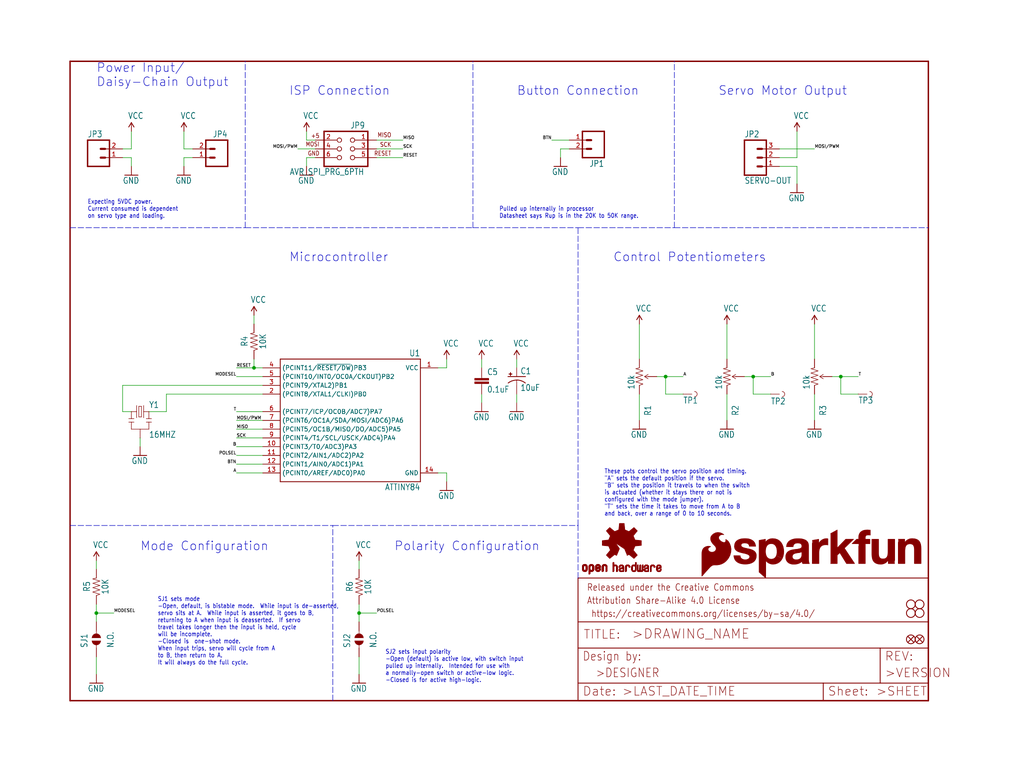
<source format=kicad_sch>
(kicad_sch (version 20211123) (generator eeschema)
  (paper "User" 297.002 224.511)
  (lib_symbols
    (symbol "eagleSchem-eagle-import:0.1UF-25V(+80{slash}-20%)(0603)"
      (property "Reference" "C" (at 1.524 2.921 0))
      (property "Value" "0.1UF-25V(+80{slash}-20%)(0603)" (at 1.524 -2.159 0))
      (symbol "0.1UF-25V(+80{slash}-20%)(0603)_1_0"
        (pin passive line (at 0 5.08 270) (length 2.54) (name "1") (number "1"))
        (pin passive line (at 0 -2.54 90) (length 2.54) (name "2") (number "2"))
      )
    )
    (symbol "eagleSchem-eagle-import:10KOHM-1{slash}10W-1%(0603)0603"
      (property "Reference" "R" (at -3.81 1.4986 0))
      (property "Value" "10KOHM-1{slash}10W-1%(0603)0603" (at -3.81 -3.302 0))
      (symbol "10KOHM-1{slash}10W-1%(0603)0603_1_0"
        (pin passive line (at -5.08 0 0) (length 2.54) (name "1") (number "1"))
        (pin passive line (at 5.08 0 180) (length 2.54) (name "2") (number "2"))
      )
    )
    (symbol "eagleSchem-eagle-import:10UF-16V-10%(TANT)"
      (property "Reference" "C" (at 1.016 0.635 0))
      (property "Value" "10UF-16V-10%(TANT)" (at 1.016 -4.191 0))
      (symbol "10UF-16V-10%(TANT)_1_0"
        (pin passive line (at 0 2.54 270) (length 2.54) (name "+") (number "A"))
        (pin passive line (at 0 -5.08 90) (length 2.54) (name "-") (number "C"))
      )
    )
    (symbol "eagleSchem-eagle-import:ATTINY84"
      (property "Value" "ATTINY84" (at -20.32 -20.32 0))
      (symbol "ATTINY84_1_0"
        (pin bidirectional line (at -25.4 15.24 0) (length 5.08) (name "VCC") (number "1"))
        (pin bidirectional line (at 25.4 -7.62 180) (length 5.08) (name "(PCINT3/T0/ADC3)PA3") (number "10"))
        (pin bidirectional line (at 25.4 -10.16 180) (length 5.08) (name "(PCINT2/AIN1/ADC2)PA2") (number "11"))
        (pin bidirectional line (at 25.4 -12.7 180) (length 5.08) (name "(PCINT1/AIN0/ADC1)PA1") (number "12"))
        (pin bidirectional line (at 25.4 -15.24 180) (length 5.08) (name "(PCINT0/AREF/ADC0)PA0") (number "13"))
        (pin bidirectional line (at -25.4 -15.24 0) (length 5.08) (name "GND") (number "14"))
        (pin bidirectional line (at 25.4 7.62 180) (length 5.08) (name "(PCINT8/XTAL1/CLKI)PB0") (number "2"))
        (pin bidirectional line (at 25.4 10.16 180) (length 5.08) (name "(PCINT9/XTAL2)PB1") (number "3"))
        (pin bidirectional line (at 25.4 15.24 180) (length 5.08) (name "(PCINT11/~{RESET/DW})PB3") (number "4"))
        (pin bidirectional line (at 25.4 12.7 180) (length 5.08) (name "(PCINT10/INT0/OC0A/CKOUT)PB2") (number "5"))
        (pin bidirectional line (at 25.4 2.54 180) (length 5.08) (name "(PCINT7/ICP/OC0B/ADC7)PA7") (number "6"))
        (pin bidirectional line (at 25.4 0 180) (length 5.08) (name "(PCINT6/OC1A/SDA/MOSI/ADC6)PA6") (number "7"))
        (pin bidirectional line (at 25.4 -2.54 180) (length 5.08) (name "(PCINT5/OC1B/MISO/DO/ADC5)PA5") (number "8"))
        (pin bidirectional line (at 25.4 -5.08 180) (length 5.08) (name "(PCINT4/T1/SCL/USCK/ADC4)PA4") (number "9"))
      )
    )
    (symbol "eagleSchem-eagle-import:AVR_SPI_PRG_6PTH"
      (property "Reference" "J" (at -4.318 5.842 0))
      (property "Value" "AVR_SPI_PRG_6PTH" (at -4.064 -7.62 0))
      (symbol "AVR_SPI_PRG_6PTH_1_0"
        (text "+5" (at 8.89 3.048 0) (effects (font (size 1.27 1.0795)) (justify left bottom)))
        (text "GND" (at 8.89 -2.032 0) (effects (font (size 1.27 1.0795)) (justify left bottom)))
        (text "MISO" (at -11.938 3.302 0) (effects (font (size 1.27 1.0795)) (justify left bottom)))
        (text "MOSI" (at 8.89 0.635 0) (effects (font (size 1.27 1.0795)) (justify left bottom)))
        (text "RESET" (at -11.938 -2.032 0) (effects (font (size 1.27 1.0795)) (justify left bottom)))
        (text "SCK" (at -11.938 0.508 0) (effects (font (size 1.27 1.0795)) (justify left bottom)))
        (pin passive inverted (at -7.62 2.54 0) (length 7.62) (name "1") (number "1"))
        (pin passive inverted (at 10.16 2.54 180) (length 7.62) (name "2") (number "2"))
        (pin passive inverted (at -7.62 0 0) (length 7.62) (name "3") (number "3"))
        (pin passive inverted (at 10.16 0 180) (length 7.62) (name "4") (number "4"))
        (pin passive inverted (at -7.62 -2.54 0) (length 7.62) (name "5") (number "5"))
        (pin passive inverted (at 10.16 -2.54 180) (length 7.62) (name "6") (number "6"))
      )
    )
    (symbol "eagleSchem-eagle-import:FIDUCIAL1X2")
    (symbol "eagleSchem-eagle-import:FRAME-LETTER"
      (symbol "FRAME-LETTER_2_0"
        (text " https://creativecommons.org/licenses/by-sa/4.0/" (at 2.54 24.13 0) (effects (font (size 1.9304 1.6408)) (justify left bottom)))
        (text ">DESIGNER" (at 5.08 6.604 0) (effects (font (size 2.54 2.159)) (justify left bottom)))
        (text ">DRAWING_NAME" (at 15.494 17.78 0) (effects (font (size 2.7432 2.7432)) (justify left bottom)))
        (text ">LAST_DATE_TIME" (at 12.7 1.27 0) (effects (font (size 2.54 2.54)) (justify left bottom)))
        (text ">SHEET" (at 86.36 1.27 0) (effects (font (size 2.54 2.54)) (justify left bottom)))
        (text ">VERSION" (at 88.9 6.604 0) (effects (font (size 2.54 2.54)) (justify left bottom)))
        (text "Attribution Share-Alike 4.0 License" (at 2.54 27.94 0) (effects (font (size 1.9304 1.6408)) (justify left bottom)))
        (text "Date:" (at 1.27 1.27 0) (effects (font (size 2.54 2.54)) (justify left bottom)))
        (text "Design by:" (at 1.27 11.43 0) (effects (font (size 2.54 2.159)) (justify left bottom)))
        (text "Released under the Creative Commons" (at 2.54 31.75 0) (effects (font (size 1.9304 1.6408)) (justify left bottom)))
        (text "REV:" (at 88.9 11.43 0) (effects (font (size 2.54 2.54)) (justify left bottom)))
        (text "Sheet:" (at 72.39 1.27 0) (effects (font (size 2.54 2.54)) (justify left bottom)))
        (text "TITLE:" (at 1.524 17.78 0) (effects (font (size 2.54 2.54)) (justify left bottom)))
      )
    )
    (symbol "eagleSchem-eagle-import:GND" (power)
      (property "Value" "GND" (at -2.54 -2.54 0))
      (symbol "GND_1_0"
        (pin power_in line (at 0 2.54 270) (length 2.54) (name "GND") (number "1"))
      )
    )
    (symbol "eagleSchem-eagle-import:JUMPER-PAD-2-NOYES_SILK"
      (property "Reference" "SJ" (at -2.54 2.54 0))
      (property "Value" "JUMPER-PAD-2-NOYES_SILK" (at -2.54 -5.08 0))
      (symbol "JUMPER-PAD-2-NOYES_SILK_1_0"
        (pin passive line (at -5.08 0 0) (length 2.54) (name "1") (number "1"))
        (pin passive line (at 5.08 0 180) (length 2.54) (name "2") (number "2"))
      )
    )
    (symbol "eagleSchem-eagle-import:M021X02_NO_SILK"
      (property "Reference" "JP" (at -2.54 5.842 0))
      (property "Value" "M021X02_NO_SILK" (at -2.54 -5.08 0))
      (symbol "M021X02_NO_SILK_1_0"
        (pin passive line (at 7.62 0 180) (length 5.08) (name "1") (number "1"))
        (pin passive line (at 7.62 2.54 180) (length 5.08) (name "2") (number "2"))
      )
    )
    (symbol "eagleSchem-eagle-import:M031X03_NO_SILK"
      (property "Reference" "JP" (at -2.54 5.842 0))
      (property "Value" "M031X03_NO_SILK" (at -2.54 -7.62 0))
      (symbol "M031X03_NO_SILK_1_0"
        (pin passive line (at 7.62 -2.54 180) (length 5.08) (name "1") (number "1"))
        (pin passive line (at 7.62 0 180) (length 5.08) (name "2") (number "2"))
        (pin passive line (at 7.62 2.54 180) (length 5.08) (name "3") (number "3"))
      )
    )
    (symbol "eagleSchem-eagle-import:OSHW-LOGOM")
    (symbol "eagleSchem-eagle-import:RESONATOR16MHZ"
      (property "Reference" "Y" (at 2.54 1.016 0))
      (property "Value" "RESONATOR16MHZ" (at 2.54 -7.62 0))
      (symbol "RESONATOR16MHZ_1_0"
        (pin passive line (at -2.54 0 0) (length 0) (name "1") (number "1"))
        (pin passive line (at 0 -7.62 90) (length 0) (name "2") (number "2"))
        (pin passive line (at 2.54 0 180) (length 0) (name "3") (number "3"))
      )
    )
    (symbol "eagleSchem-eagle-import:SFE_LOGO_FLAME.2_INCH")
    (symbol "eagleSchem-eagle-import:SFE_LOGO_NAME.2_INCH")
    (symbol "eagleSchem-eagle-import:STAND-OFF")
    (symbol "eagleSchem-eagle-import:TEST-POINT3X4"
      (property "Reference" "TP" (at -2.54 2.54 0))
      (property "Value" "TEST-POINT3X4" (at -2.54 -2.54 0))
      (symbol "TEST-POINT3X4_1_0"
        (pin bidirectional line (at 0 0 180) (length 0) (name "1") (number "P$1"))
      )
    )
    (symbol "eagleSchem-eagle-import:TRIMPOTRES-11156"
      (property "Reference" "R" (at -11.43 1.4986 0))
      (property "Value" "TRIMPOTRES-11156" (at -3.81 -3.302 0))
      (symbol "TRIMPOTRES-11156_1_0"
        (pin passive line (at -5.08 0 0) (length 2.54) (name "CCW") (number "A"))
        (pin passive line (at 0 5.08 270) (length 2.54) (name "WIPER") (number "B"))
        (pin passive line (at 5.08 0 180) (length 2.54) (name "CW") (number "C"))
      )
    )
    (symbol "eagleSchem-eagle-import:VCC" (power)
      (property "Value" "VCC" (at -1.016 3.556 0))
      (symbol "VCC_1_0"
        (pin power_in line (at 0 0 90) (length 2.54) (name "VCC") (number "1"))
      )
    )
  )
  (junction (at 218.44 109.22))
  (junction (at 193.04 109.22))
  (junction (at 104.14 177.8))
  (junction (at 27.94 177.8))
  (junction (at 73.66 106.68))
  (junction (at 243.84 109.22))
  (wire (pts (xy 38.1 45.72) (xy 38.1 48.26)))
  (wire (pts (xy 218.44 114.3) (xy 223.52 114.3)))
  (wire (pts (xy 76.2 109.22) (xy 68.58 109.22)))
  (wire (pts (xy 236.22 114.3) (xy 236.22 121.92)))
  (wire (pts (xy 129.54 106.68) (xy 129.54 104.14)))
  (wire (pts (xy 185.42 114.3) (xy 185.42 121.92)))
  (wire (pts (xy 243.84 109.22) (xy 243.84 114.3)))
  (wire (pts (xy 38.1 43.18) (xy 38.1 38.1)))
  (wire (pts (xy 35.56 119.38) (xy 38.1 119.38)))
  (wire (pts (xy 109.22 45.72) (xy 116.84 45.72)))
  (wire (pts (xy 193.04 109.22) (xy 198.12 109.22)))
  (wire (pts (xy 243.84 109.22) (xy 248.92 109.22)))
  (wire (pts (xy 68.58 127) (xy 76.2 127)))
  (wire (pts (xy 160.02 40.64) (xy 165.1 40.64)))
  (wire (pts (xy 218.44 109.22) (xy 223.52 109.22)))
  (wire (pts (xy 76.2 111.76) (xy 35.56 111.76)))
  (wire (pts (xy 149.86 114.3) (xy 149.86 116.84)))
  (polyline (pts (xy 20.32 66.04) (xy 71.12 66.04)))
  (wire (pts (xy 109.22 43.18) (xy 116.84 43.18)))
  (wire (pts (xy 218.44 109.22) (xy 218.44 114.3)))
  (wire (pts (xy 226.06 45.72) (xy 231.14 45.72)))
  (wire (pts (xy 226.06 48.26) (xy 231.14 48.26)))
  (wire (pts (xy 27.94 177.8) (xy 33.02 177.8)))
  (polyline (pts (xy 167.64 66.04) (xy 195.58 66.04)))
  (wire (pts (xy 243.84 114.3) (xy 248.92 114.3)))
  (wire (pts (xy 55.88 45.72) (xy 53.34 45.72)))
  (polyline (pts (xy 20.32 152.4) (xy 96.52 152.4)))
  (wire (pts (xy 104.14 195.58) (xy 104.14 190.5)))
  (wire (pts (xy 27.94 190.5) (xy 27.94 195.58)))
  (wire (pts (xy 104.14 177.8) (xy 104.14 175.26)))
  (polyline (pts (xy 96.52 203.2) (xy 96.52 152.4)))
  (wire (pts (xy 35.56 45.72) (xy 38.1 45.72)))
  (wire (pts (xy 215.9 109.22) (xy 218.44 109.22)))
  (wire (pts (xy 236.22 104.14) (xy 236.22 93.98)))
  (wire (pts (xy 53.34 45.72) (xy 53.34 48.26)))
  (wire (pts (xy 40.64 127) (xy 40.64 129.54)))
  (polyline (pts (xy 195.58 66.04) (xy 195.58 17.78)))
  (wire (pts (xy 210.82 104.14) (xy 210.82 93.98)))
  (polyline (pts (xy 195.58 66.04) (xy 269.24 66.04)))
  (wire (pts (xy 76.2 106.68) (xy 73.66 106.68)))
  (wire (pts (xy 226.06 43.18) (xy 236.22 43.18)))
  (wire (pts (xy 73.66 104.14) (xy 73.66 106.68)))
  (wire (pts (xy 27.94 177.8) (xy 27.94 180.34)))
  (wire (pts (xy 88.9 40.64) (xy 91.44 40.64)))
  (wire (pts (xy 139.7 104.14) (xy 139.7 106.68)))
  (wire (pts (xy 193.04 109.22) (xy 193.04 114.3)))
  (wire (pts (xy 27.94 165.1) (xy 27.94 162.56)))
  (wire (pts (xy 104.14 177.8) (xy 109.22 177.8)))
  (wire (pts (xy 27.94 175.26) (xy 27.94 177.8)))
  (wire (pts (xy 193.04 114.3) (xy 198.12 114.3)))
  (wire (pts (xy 129.54 137.16) (xy 127 137.16)))
  (wire (pts (xy 127 106.68) (xy 129.54 106.68)))
  (wire (pts (xy 53.34 43.18) (xy 53.34 38.1)))
  (wire (pts (xy 88.9 40.64) (xy 88.9 38.1)))
  (wire (pts (xy 55.88 43.18) (xy 53.34 43.18)))
  (wire (pts (xy 76.2 129.54) (xy 68.58 129.54)))
  (wire (pts (xy 109.22 40.64) (xy 116.84 40.64)))
  (wire (pts (xy 129.54 137.16) (xy 129.54 139.7)))
  (wire (pts (xy 73.66 93.98) (xy 73.66 91.44)))
  (wire (pts (xy 139.7 114.3) (xy 139.7 116.84)))
  (wire (pts (xy 43.18 119.38) (xy 48.26 119.38)))
  (wire (pts (xy 76.2 114.3) (xy 48.26 114.3)))
  (wire (pts (xy 104.14 165.1) (xy 104.14 162.56)))
  (wire (pts (xy 48.26 119.38) (xy 48.26 114.3)))
  (wire (pts (xy 185.42 104.14) (xy 185.42 93.98)))
  (wire (pts (xy 149.86 104.14) (xy 149.86 106.68)))
  (polyline (pts (xy 71.12 66.04) (xy 71.12 17.78)))
  (polyline (pts (xy 167.64 152.4) (xy 167.64 66.04)))
  (wire (pts (xy 190.5 109.22) (xy 193.04 109.22)))
  (polyline (pts (xy 137.16 66.04) (xy 137.16 17.78)))
  (polyline (pts (xy 96.52 152.4) (xy 167.64 152.4)))
  (wire (pts (xy 76.2 119.38) (xy 68.58 119.38)))
  (polyline (pts (xy 71.12 66.04) (xy 137.16 66.04)))
  (wire (pts (xy 162.56 45.72) (xy 162.56 43.18)))
  (wire (pts (xy 68.58 106.68) (xy 73.66 106.68)))
  (wire (pts (xy 231.14 48.26) (xy 231.14 53.34)))
  (wire (pts (xy 91.44 43.18) (xy 86.36 43.18)))
  (wire (pts (xy 68.58 121.92) (xy 76.2 121.92)))
  (wire (pts (xy 76.2 132.08) (xy 68.58 132.08)))
  (wire (pts (xy 76.2 134.62) (xy 68.58 134.62)))
  (wire (pts (xy 76.2 137.16) (xy 68.58 137.16)))
  (wire (pts (xy 241.3 109.22) (xy 243.84 109.22)))
  (wire (pts (xy 162.56 43.18) (xy 165.1 43.18)))
  (polyline (pts (xy 167.64 167.64) (xy 167.64 152.4)))
  (wire (pts (xy 35.56 111.76) (xy 35.56 119.38)))
  (wire (pts (xy 231.14 45.72) (xy 231.14 38.1)))
  (wire (pts (xy 35.56 43.18) (xy 38.1 43.18)))
  (wire (pts (xy 68.58 124.46) (xy 76.2 124.46)))
  (wire (pts (xy 91.44 45.72) (xy 88.9 45.72)))
  (wire (pts (xy 210.82 121.92) (xy 210.82 114.3)))
  (polyline (pts (xy 137.16 66.04) (xy 167.64 66.04)))
  (wire (pts (xy 104.14 180.34) (xy 104.14 177.8)))
  (wire (pts (xy 88.9 45.72) (xy 88.9 48.26)))
  (text "Microcontroller" (at 83.82 76.2 180) (effects (font (size 2.54 2.54)) (justify left bottom)))
  (text "Control Potentiometers" (at 177.8 76.2 180) (effects (font (size 2.54 2.54)) (justify left bottom)))
  (text "Button Connection" (at 149.86 27.94 180) (effects (font (size 2.54 2.54)) (justify left bottom)))
  (text "SJ1 sets mode\n-Open, default, is bistable mode.  While input is de-asserted,\nservo sits at A.  While input is asserted, it goes to B,\nreturning to A when input is deasserted.  If servo\ntravel takes longer then the input is held, cycle\nwill be incomplete.\n-Closed is  one-shot mode.\nWhen input trips, servo will cycle from A\nto B, then return to A.\nIt will always do the full cycle." (at 45.72 193.04 0) (effects (font (size 1.27 1.0795)) (justify left bottom)))
  (text "Servo Motor Output" (at 208.28 27.94 180) (effects (font (size 2.54 2.54)) (justify left bottom)))
  (text "Mode Configuration" (at 40.64 160.02 180) (effects (font (size 2.54 2.54)) (justify left bottom)))
  (text "ISP Connection" (at 83.82 27.94 180) (effects (font (size 2.54 2.54)) (justify left bottom)))
  (text "Polarity Configuration" (at 114.3 160.02 180) (effects (font (size 2.54 2.54)) (justify left bottom)))
  (text "SJ2 sets input polarity\n-Open (default) is active low, with switch input\npulled up internally.  Intended for use with\na normally-open switch or active-low logic.\n-Closed is for active high-logic." (at 111.76 198.12 0) (effects (font (size 1.27 1.0795)) (justify left bottom)))
  (text "These pots control the servo position and timing.\n\"A\" sets the default position if the servo.\n\"B\" sets the position it travels to when the switch\nis actuated (whether it stays there or not is\nconfigured with the mode jumper).\n\"T\" sets the time it takes to move from A to B\nand back, over a range of 0 to 10 seconds." (at 175.26 149.86 0) (effects (font (size 1.27 1.0795)) (justify left bottom)))
  (text "Expecting 5VDC power.\nCurrent consumed is dependent\non servo type and loading." (at 25.4 63.5 0) (effects (font (size 1.27 1.0795)) (justify left bottom)))
  (text "Pulled up internally in processor\nDatasheet says Rup is in the 20K to 50K range." (at 144.78 63.5 0) (effects (font (size 1.27 1.0795)) (justify left bottom)))
  (text "Power Input/\nDaisy-Chain Output" (at 27.94 25.4 180) (effects (font (size 2.54 2.54)) (justify left bottom)))
  (label "MOSI/PWM" (at 236.22 43.18 0) (effects (font (size 0.889 0.889))))
  (label "POLSEL" (at 109.22 177.8 0) (effects (font (size 0.889 0.889))))
  (label "MODESEL" (at 33.02 177.8 0) (effects (font (size 0.889 0.889))))
  (label "MOSI/PWM" (at 68.58 121.92 0) (effects (font (size 0.889 0.889))))
  (label "SCK" (at 116.84 43.18 0) (effects (font (size 0.889 0.889))))
  (label "RESET" (at 116.84 45.72 0) (effects (font (size 0.889 0.889))))
  (label "MISO" (at 116.84 40.64 0) (effects (font (size 0.889 0.889))))
  (label "B" (at 223.52 109.22 0) (effects (font (size 0.889 0.889))))
  (label "T" (at 248.92 109.22 0) (effects (font (size 0.889 0.889))))
  (label "A" (at 68.58 137.16 180) (effects (font (size 0.889 0.889))))
  (label "POLSEL" (at 68.58 132.08 180) (effects (font (size 0.889 0.889))))
  (label "B" (at 68.58 129.54 180) (effects (font (size 0.889 0.889))))
  (label "MOSI/PWM" (at 86.36 43.18 180) (effects (font (size 0.889 0.889))))
  (label "T" (at 68.58 119.38 180) (effects (font (size 0.889 0.889))))
  (label "A" (at 198.12 109.22 0) (effects (font (size 0.889 0.889))))
  (label "BTN" (at 160.02 40.64 180) (effects (font (size 0.889 0.889))))
  (label "BTN" (at 68.58 134.62 180) (effects (font (size 0.889 0.889))))
  (label "MODESEL" (at 68.58 109.22 180) (effects (font (size 0.889 0.889))))
  (label "MISO" (at 68.58 124.46 0) (effects (font (size 0.889 0.889))))
  (label "RESET" (at 68.58 106.68 0) (effects (font (size 0.889 0.889))))
  (label "SCK" (at 68.58 127 0) (effects (font (size 0.889 0.889))))
  (symbol (lib_id "eagleSchem-eagle-import:GND") (at 236.22 124.46 0) (unit 1)
    (property "Reference" "#GND1" (effects hide))
    (property "Value" "GND" (at 233.68 127 0) (effects (font (size 1.778 1.5113)) (justify left bottom)))
    (property "Footprint" "eagleSchem:" (effects hide))
  )
  (symbol (lib_id "eagleSchem-eagle-import:M021X02_NO_SILK") (at 63.5 45.72 0) (mirror y) (unit 1)
    (property "Reference" "JP4" (at 66.04 39.878 0) (effects (font (size 1.778 1.5113)) (justify left bottom)))
    (property "Value" "M021X02_NO_SILK" (effects hide))
    (property "Footprint" "eagleSchem:1X02_NO_SILK" (effects hide))
  )
  (symbol (lib_id "eagleSchem-eagle-import:GND") (at 210.82 124.46 0) (unit 1)
    (property "Reference" "#GND2" (effects hide))
    (property "Value" "GND" (at 208.28 127 0) (effects (font (size 1.778 1.5113)) (justify left bottom)))
    (property "Footprint" "eagleSchem:" (effects hide))
  )
  (symbol (lib_id "eagleSchem-eagle-import:FRAME-LETTER") (at 20.32 203.2 0) (unit 1)
    (property "Reference" "FRAME1" (effects hide))
    (property "Value" "FRAME-LETTER" (effects hide))
    (property "Footprint" "eagleSchem:CREATIVE_COMMONS" (effects hide))
    (property "Value" "FRAME-LETTER" (effects hide))
    (property "Value" "FRAME-LETTER" (effects hide))
  )
  (symbol (lib_id "eagleSchem-eagle-import:GND") (at 104.14 198.12 0) (unit 1)
    (property "Reference" "#GND7" (effects hide))
    (property "Value" "GND" (at 101.6 200.66 0) (effects (font (size 1.778 1.5113)) (justify left bottom)))
    (property "Footprint" "eagleSchem:" (effects hide))
  )
  (symbol (lib_id "eagleSchem-eagle-import:STAND-OFF") (at 264.16 177.8 0) (unit 1)
    (property "Reference" "STANDOFF1" (effects hide))
    (property "Value" "STAND-OFF" (effects hide))
    (property "Footprint" "eagleSchem:STAND-OFF" (effects hide))
  )
  (symbol (lib_id "eagleSchem-eagle-import:GND") (at 129.54 142.24 0) (unit 1)
    (property "Reference" "#GND12" (effects hide))
    (property "Value" "GND" (at 127 144.78 0) (effects (font (size 1.778 1.5113)) (justify left bottom)))
    (property "Footprint" "eagleSchem:" (effects hide))
  )
  (symbol (lib_id "eagleSchem-eagle-import:SFE_LOGO_FLAME.2_INCH") (at 203.2 167.64 0) (unit 1)
    (property "Reference" "LOGO3" (effects hide))
    (property "Value" "SFE_LOGO_FLAME.2_INCH" (effects hide))
    (property "Footprint" "eagleSchem:SFE_LOGO_FLAME_.2" (effects hide))
  )
  (symbol (lib_id "eagleSchem-eagle-import:GND") (at 139.7 119.38 0) (unit 1)
    (property "Reference" "#GND14" (effects hide))
    (property "Value" "GND" (at 137.16 121.92 0) (effects (font (size 1.778 1.5113)) (justify left bottom)))
    (property "Footprint" "eagleSchem:" (effects hide))
  )
  (symbol (lib_id "eagleSchem-eagle-import:GND") (at 38.1 50.8 0) (unit 1)
    (property "Reference" "#GND6" (effects hide))
    (property "Value" "GND" (at 35.56 53.34 0) (effects (font (size 1.778 1.5113)) (justify left bottom)))
    (property "Footprint" "eagleSchem:" (effects hide))
  )
  (symbol (lib_id "eagleSchem-eagle-import:GND") (at 88.9 50.8 0) (unit 1)
    (property "Reference" "#GND11" (effects hide))
    (property "Value" "GND" (at 86.36 53.34 0) (effects (font (size 1.778 1.5113)) (justify left bottom)))
    (property "Footprint" "eagleSchem:" (effects hide))
  )
  (symbol (lib_id "eagleSchem-eagle-import:TEST-POINT3X4") (at 198.12 114.3 0) (unit 1)
    (property "Reference" "TP1" (at 198.12 117.094 0) (effects (font (size 1.778 1.5113)) (justify left bottom)))
    (property "Value" "TEST-POINT3X4" (effects hide))
    (property "Footprint" "eagleSchem:PAD.03X.04" (effects hide))
  )
  (symbol (lib_id "eagleSchem-eagle-import:GND") (at 27.94 198.12 0) (unit 1)
    (property "Reference" "#GND8" (effects hide))
    (property "Value" "GND" (at 25.4 200.66 0) (effects (font (size 1.778 1.5113)) (justify left bottom)))
    (property "Footprint" "eagleSchem:" (effects hide))
  )
  (symbol (lib_id "eagleSchem-eagle-import:VCC") (at 149.86 104.14 0) (unit 1)
    (property "Reference" "#SUPPLY4" (effects hide))
    (property "Value" "VCC" (at 148.844 100.584 0) (effects (font (size 1.778 1.5113)) (justify left bottom)))
    (property "Footprint" "eagleSchem:" (effects hide))
  )
  (symbol (lib_id "eagleSchem-eagle-import:0.1UF-25V(+80{slash}-20%)(0603)") (at 139.7 111.76 0) (unit 1)
    (property "Reference" "C5" (at 141.224 108.839 0) (effects (font (size 1.778 1.5113)) (justify left bottom)))
    (property "Value" "0.1uF" (at 141.224 113.919 0) (effects (font (size 1.778 1.5113)) (justify left bottom)))
    (property "Footprint" "eagleSchem:0603-CAP" (effects hide))
  )
  (symbol (lib_id "eagleSchem-eagle-import:STAND-OFF") (at 266.7 177.8 0) (unit 1)
    (property "Reference" "STANDOFF2" (effects hide))
    (property "Value" "STAND-OFF" (effects hide))
    (property "Footprint" "eagleSchem:STAND-OFF" (effects hide))
  )
  (symbol (lib_id "eagleSchem-eagle-import:VCC") (at 129.54 104.14 0) (unit 1)
    (property "Reference" "#SUPPLY2" (effects hide))
    (property "Value" "VCC" (at 128.524 100.584 0) (effects (font (size 1.778 1.5113)) (justify left bottom)))
    (property "Footprint" "eagleSchem:" (effects hide))
  )
  (symbol (lib_id "eagleSchem-eagle-import:VCC") (at 27.94 162.56 0) (unit 1)
    (property "Reference" "#SUPPLY11" (effects hide))
    (property "Value" "VCC" (at 26.924 159.004 0) (effects (font (size 1.778 1.5113)) (justify left bottom)))
    (property "Footprint" "eagleSchem:" (effects hide))
  )
  (symbol (lib_id "eagleSchem-eagle-import:TEST-POINT3X4") (at 248.92 114.3 0) (unit 1)
    (property "Reference" "TP3" (at 248.92 117.094 0) (effects (font (size 1.778 1.5113)) (justify left bottom)))
    (property "Value" "TEST-POINT3X4" (effects hide))
    (property "Footprint" "eagleSchem:PAD.03X.04" (effects hide))
  )
  (symbol (lib_id "eagleSchem-eagle-import:STAND-OFF") (at 266.7 175.26 0) (unit 1)
    (property "Reference" "STANDOFF3" (effects hide))
    (property "Value" "STAND-OFF" (effects hide))
    (property "Footprint" "eagleSchem:STAND-OFF" (effects hide))
  )
  (symbol (lib_id "eagleSchem-eagle-import:VCC") (at 38.1 38.1 0) (unit 1)
    (property "Reference" "#SUPPLY10" (effects hide))
    (property "Value" "VCC" (at 37.084 34.544 0) (effects (font (size 1.778 1.5113)) (justify left bottom)))
    (property "Footprint" "eagleSchem:" (effects hide))
  )
  (symbol (lib_id "eagleSchem-eagle-import:10KOHM-1{slash}10W-1%(0603)0603") (at 27.94 170.18 270) (mirror x) (unit 1)
    (property "Reference" "R5" (at 26.162 171.704 0) (effects (font (size 1.778 1.5113)) (justify left top)))
    (property "Value" "10K" (at 31.496 172.466 0) (effects (font (size 1.778 1.5113)) (justify left top)))
    (property "Footprint" "eagleSchem:0603-RES" (effects hide))
  )
  (symbol (lib_id "eagleSchem-eagle-import:VCC") (at 231.14 38.1 0) (unit 1)
    (property "Reference" "#SUPPLY9" (effects hide))
    (property "Value" "VCC" (at 230.124 34.544 0) (effects (font (size 1.778 1.5113)) (justify left bottom)))
    (property "Footprint" "eagleSchem:" (effects hide))
  )
  (symbol (lib_id "eagleSchem-eagle-import:10KOHM-1{slash}10W-1%(0603)0603") (at 73.66 99.06 270) (mirror x) (unit 1)
    (property "Reference" "R4" (at 71.882 100.584 0) (effects (font (size 1.778 1.5113)) (justify left top)))
    (property "Value" "10K" (at 77.216 101.346 0) (effects (font (size 1.778 1.5113)) (justify left top)))
    (property "Footprint" "eagleSchem:0603-RES" (effects hide))
  )
  (symbol (lib_id "eagleSchem-eagle-import:GND") (at 185.42 124.46 0) (unit 1)
    (property "Reference" "#GND3" (effects hide))
    (property "Value" "GND" (at 182.88 127 0) (effects (font (size 1.778 1.5113)) (justify left bottom)))
    (property "Footprint" "eagleSchem:" (effects hide))
  )
  (symbol (lib_id "eagleSchem-eagle-import:VCC") (at 73.66 91.44 0) (unit 1)
    (property "Reference" "#SUPPLY1" (effects hide))
    (property "Value" "VCC" (at 72.644 87.884 0) (effects (font (size 1.778 1.5113)) (justify left bottom)))
    (property "Footprint" "eagleSchem:" (effects hide))
  )
  (symbol (lib_id "eagleSchem-eagle-import:STAND-OFF") (at 264.16 175.26 0) (unit 1)
    (property "Reference" "STANDOFF4" (effects hide))
    (property "Value" "STAND-OFF" (effects hide))
    (property "Footprint" "eagleSchem:STAND-OFF" (effects hide))
  )
  (symbol (lib_id "eagleSchem-eagle-import:VCC") (at 210.82 93.98 0) (unit 1)
    (property "Reference" "#SUPPLY6" (effects hide))
    (property "Value" "VCC" (at 209.804 90.424 0) (effects (font (size 1.778 1.5113)) (justify left bottom)))
    (property "Footprint" "eagleSchem:" (effects hide))
  )
  (symbol (lib_id "eagleSchem-eagle-import:M031X03_NO_SILK") (at 218.44 45.72 0) (unit 1)
    (property "Reference" "JP2" (at 215.9 39.878 0) (effects (font (size 1.778 1.5113)) (justify left bottom)))
    (property "Value" "SERVO-OUT" (at 215.9 53.34 0) (effects (font (size 1.778 1.5113)) (justify left bottom)))
    (property "Footprint" "eagleSchem:1X03_NO_SILK" (effects hide))
  )
  (symbol (lib_id "eagleSchem-eagle-import:TEST-POINT3X4") (at 223.52 114.3 0) (unit 1)
    (property "Reference" "TP2" (at 223.52 117.348 0) (effects (font (size 1.778 1.5113)) (justify left bottom)))
    (property "Value" "TEST-POINT3X4" (effects hide))
    (property "Footprint" "eagleSchem:PAD.03X.04" (effects hide))
  )
  (symbol (lib_id "eagleSchem-eagle-import:GND") (at 162.56 48.26 0) (unit 1)
    (property "Reference" "#GND4" (effects hide))
    (property "Value" "GND" (at 160.02 50.8 0) (effects (font (size 1.778 1.5113)) (justify left bottom)))
    (property "Footprint" "eagleSchem:" (effects hide))
  )
  (symbol (lib_id "eagleSchem-eagle-import:FIDUCIAL1X2") (at 266.7 185.42 0) (unit 1)
    (property "Reference" "FID2" (effects hide))
    (property "Value" "FIDUCIAL1X2" (effects hide))
    (property "Footprint" "eagleSchem:FIDUCIAL-1X2" (effects hide))
  )
  (symbol (lib_id "eagleSchem-eagle-import:JUMPER-PAD-2-NOYES_SILK") (at 104.14 185.42 90) (unit 1)
    (property "Reference" "SJ2" (at 101.6 187.96 0) (effects (font (size 1.778 1.5113)) (justify left bottom)))
    (property "Value" "N.O." (at 109.22 187.96 0) (effects (font (size 1.778 1.5113)) (justify left bottom)))
    (property "Footprint" "eagleSchem:PAD-JUMPER-2-NO_YES_SILK" (effects hide))
  )
  (symbol (lib_id "eagleSchem-eagle-import:RESONATOR16MHZ") (at 40.64 119.38 0) (unit 1)
    (property "Reference" "Y1" (at 43.18 118.364 0) (effects (font (size 1.778 1.5113)) (justify left bottom)))
    (property "Value" "16MHZ" (at 43.18 127 0) (effects (font (size 1.778 1.5113)) (justify left bottom)))
    (property "Footprint" "eagleSchem:RESONATOR-SMD" (effects hide))
  )
  (symbol (lib_id "eagleSchem-eagle-import:M021X02_NO_SILK") (at 27.94 45.72 0) (unit 1)
    (property "Reference" "JP3" (at 25.4 39.878 0) (effects (font (size 1.778 1.5113)) (justify left bottom)))
    (property "Value" "M021X02_NO_SILK" (effects hide))
    (property "Footprint" "eagleSchem:1X02_NO_SILK" (effects hide))
  )
  (symbol (lib_id "eagleSchem-eagle-import:VCC") (at 88.9 38.1 0) (unit 1)
    (property "Reference" "#SUPPLY7" (effects hide))
    (property "Value" "VCC" (at 87.884 34.544 0) (effects (font (size 1.778 1.5113)) (justify left bottom)))
    (property "Footprint" "eagleSchem:" (effects hide))
  )
  (symbol (lib_id "eagleSchem-eagle-import:JUMPER-PAD-2-NOYES_SILK") (at 27.94 185.42 90) (unit 1)
    (property "Reference" "SJ1" (at 25.4 187.96 0) (effects (font (size 1.778 1.5113)) (justify left bottom)))
    (property "Value" "N.O." (at 33.02 187.96 0) (effects (font (size 1.778 1.5113)) (justify left bottom)))
    (property "Footprint" "eagleSchem:PAD-JUMPER-2-NO_YES_SILK" (effects hide))
  )
  (symbol (lib_id "eagleSchem-eagle-import:FRAME-LETTER") (at 167.64 203.2 0) (unit 2)
    (property "Reference" "FRAME1" (effects hide))
    (property "Value" "FRAME-LETTER" (effects hide))
    (property "Footprint" "eagleSchem:CREATIVE_COMMONS" (effects hide))
    (property "Value" "FRAME-LETTER" (effects hide))
    (property "Value" "FRAME-LETTER" (effects hide))
  )
  (symbol (lib_id "eagleSchem-eagle-import:VCC") (at 185.42 93.98 0) (unit 1)
    (property "Reference" "#SUPPLY5" (effects hide))
    (property "Value" "VCC" (at 184.404 90.424 0) (effects (font (size 1.778 1.5113)) (justify left bottom)))
    (property "Footprint" "eagleSchem:" (effects hide))
  )
  (symbol (lib_id "eagleSchem-eagle-import:TRIMPOTRES-11156") (at 185.42 109.22 270) (mirror x) (unit 1)
    (property "Reference" "R1" (at 186.9186 120.65 0) (effects (font (size 1.778 1.5113)) (justify left bottom)))
    (property "Value" "10k" (at 182.118 113.03 0) (effects (font (size 1.778 1.5113)) (justify left bottom)))
    (property "Footprint" "eagleSchem:TRIMPOT_5MM" (effects hide))
  )
  (symbol (lib_id "eagleSchem-eagle-import:OSHW-LOGOM") (at 180.34 157.48 0) (unit 1)
    (property "Reference" "LOGO1" (effects hide))
    (property "Value" "OSHW-LOGOM" (effects hide))
    (property "Footprint" "eagleSchem:OSHW-LOGO-M" (effects hide))
  )
  (symbol (lib_id "eagleSchem-eagle-import:SFE_LOGO_NAME.2_INCH") (at 210.82 167.64 0) (unit 1)
    (property "Reference" "LOGO2" (effects hide))
    (property "Value" "SFE_LOGO_NAME.2_INCH" (effects hide))
    (property "Footprint" "eagleSchem:SFE_LOGO_NAME_.2" (effects hide))
  )
  (symbol (lib_id "eagleSchem-eagle-import:TRIMPOTRES-11156") (at 210.82 109.22 270) (mirror x) (unit 1)
    (property "Reference" "R2" (at 212.3186 120.65 0) (effects (font (size 1.778 1.5113)) (justify left bottom)))
    (property "Value" "10k" (at 207.518 113.03 0) (effects (font (size 1.778 1.5113)) (justify left bottom)))
    (property "Footprint" "eagleSchem:TRIMPOT_5MM" (effects hide))
  )
  (symbol (lib_id "eagleSchem-eagle-import:ATTINY84") (at 101.6 121.92 0) (mirror y) (unit 1)
    (property "Reference" "U1" (at 121.92 103.378 0) (effects (font (size 1.778 1.5113)) (justify left bottom)))
    (property "Value" "ATTINY84" (at 121.92 142.24 0) (effects (font (size 1.778 1.5113)) (justify left bottom)))
    (property "Footprint" "eagleSchem:SO14" (effects hide))
  )
  (symbol (lib_id "eagleSchem-eagle-import:M021X02_NO_SILK") (at 172.72 40.64 180) (unit 1)
    (property "Reference" "JP1" (at 175.26 46.482 0) (effects (font (size 1.778 1.5113)) (justify left bottom)))
    (property "Value" "M021X02_NO_SILK" (effects hide))
    (property "Footprint" "eagleSchem:1X02_NO_SILK" (effects hide))
  )
  (symbol (lib_id "eagleSchem-eagle-import:GND") (at 53.34 50.8 0) (unit 1)
    (property "Reference" "#GND9" (effects hide))
    (property "Value" "GND" (at 50.8 53.34 0) (effects (font (size 1.778 1.5113)) (justify left bottom)))
    (property "Footprint" "eagleSchem:" (effects hide))
  )
  (symbol (lib_id "eagleSchem-eagle-import:TRIMPOTRES-11156") (at 236.22 109.22 270) (mirror x) (unit 1)
    (property "Reference" "R3" (at 237.7186 120.65 0) (effects (font (size 1.778 1.5113)) (justify left bottom)))
    (property "Value" "10k" (at 232.918 113.03 0) (effects (font (size 1.778 1.5113)) (justify left bottom)))
    (property "Footprint" "eagleSchem:TRIMPOT_5MM" (effects hide))
  )
  (symbol (lib_id "eagleSchem-eagle-import:GND") (at 40.64 132.08 0) (unit 1)
    (property "Reference" "#GND13" (effects hide))
    (property "Value" "GND" (at 38.1 134.62 0) (effects (font (size 1.778 1.5113)) (justify left bottom)))
    (property "Footprint" "eagleSchem:" (effects hide))
  )
  (symbol (lib_id "eagleSchem-eagle-import:10UF-16V-10%(TANT)") (at 149.86 109.22 0) (unit 1)
    (property "Reference" "C1" (at 150.876 108.585 0) (effects (font (size 1.778 1.5113)) (justify left bottom)))
    (property "Value" "10uF" (at 150.876 113.411 0) (effects (font (size 1.778 1.5113)) (justify left bottom)))
    (property "Footprint" "eagleSchem:EIA3216" (effects hide))
  )
  (symbol (lib_id "eagleSchem-eagle-import:VCC") (at 236.22 93.98 0) (unit 1)
    (property "Reference" "#SUPPLY8" (effects hide))
    (property "Value" "VCC" (at 235.204 90.424 0) (effects (font (size 1.778 1.5113)) (justify left bottom)))
    (property "Footprint" "eagleSchem:" (effects hide))
  )
  (symbol (lib_id "eagleSchem-eagle-import:FIDUCIAL1X2") (at 264.16 185.42 0) (unit 1)
    (property "Reference" "FID1" (effects hide))
    (property "Value" "FIDUCIAL1X2" (effects hide))
    (property "Footprint" "eagleSchem:FIDUCIAL-1X2" (effects hide))
  )
  (symbol (lib_id "eagleSchem-eagle-import:GND") (at 231.14 55.88 0) (unit 1)
    (property "Reference" "#GND5" (effects hide))
    (property "Value" "GND" (at 228.6 58.42 0) (effects (font (size 1.778 1.5113)) (justify left bottom)))
    (property "Footprint" "eagleSchem:" (effects hide))
  )
  (symbol (lib_id "eagleSchem-eagle-import:GND") (at 149.86 119.38 0) (unit 1)
    (property "Reference" "#GND15" (effects hide))
    (property "Value" "GND" (at 147.32 121.92 0) (effects (font (size 1.778 1.5113)) (justify left bottom)))
    (property "Footprint" "eagleSchem:" (effects hide))
  )
  (symbol (lib_id "eagleSchem-eagle-import:VCC") (at 104.14 162.56 0) (unit 1)
    (property "Reference" "#SUPPLY12" (effects hide))
    (property "Value" "VCC" (at 103.124 159.004 0) (effects (font (size 1.778 1.5113)) (justify left bottom)))
    (property "Footprint" "eagleSchem:" (effects hide))
  )
  (symbol (lib_id "eagleSchem-eagle-import:VCC") (at 53.34 38.1 0) (unit 1)
    (property "Reference" "#SUPPLY13" (effects hide))
    (property "Value" "VCC" (at 52.324 34.544 0) (effects (font (size 1.778 1.5113)) (justify left bottom)))
    (property "Footprint" "eagleSchem:" (effects hide))
  )
  (symbol (lib_id "eagleSchem-eagle-import:AVR_SPI_PRG_6PTH") (at 101.6 43.18 0) (mirror y) (unit 1)
    (property "Reference" "JP9" (at 105.918 37.338 0) (effects (font (size 1.778 1.5113)) (justify left bottom)))
    (property "Value" "AVR_SPI_PRG_6PTH" (at 105.664 50.8 0) (effects (font (size 1.778 1.5113)) (justify left bottom)))
    (property "Footprint" "eagleSchem:2X3" (effects hide))
  )
  (symbol (lib_id "eagleSchem-eagle-import:10KOHM-1{slash}10W-1%(0603)0603") (at 104.14 170.18 270) (mirror x) (unit 1)
    (property "Reference" "R6" (at 102.362 171.704 0) (effects (font (size 1.778 1.5113)) (justify left top)))
    (property "Value" "10K" (at 107.696 172.466 0) (effects (font (size 1.778 1.5113)) (justify left top)))
    (property "Footprint" "eagleSchem:0603-RES" (effects hide))
  )
  (symbol (lib_id "eagleSchem-eagle-import:VCC") (at 139.7 104.14 0) (unit 1)
    (property "Reference" "#SUPPLY3" (effects hide))
    (property "Value" "VCC" (at 138.684 100.584 0) (effects (font (size 1.778 1.5113)) (justify left bottom)))
    (property "Footprint" "eagleSchem:" (effects hide))
  )
)
</source>
